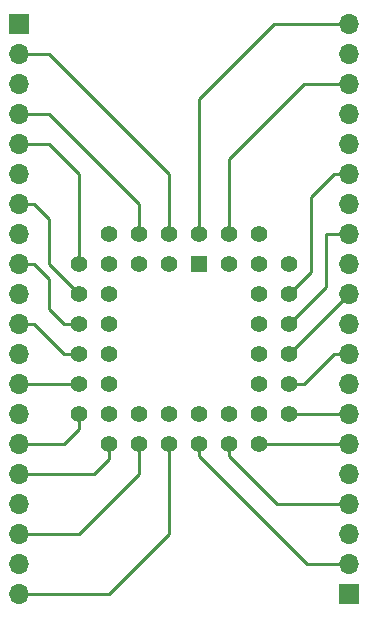
<source format=gbr>
G04 #@! TF.GenerationSoftware,KiCad,Pcbnew,(5.0.0-3-g5ebb6b6)*
G04 #@! TF.CreationDate,2018-09-23T00:30:24+01:00*
G04 #@! TF.ProjectId,BreadboardAdaptor44PinPLCC,4272656164626F61726441646170746F,rev?*
G04 #@! TF.SameCoordinates,Original*
G04 #@! TF.FileFunction,Copper,L1,Top,Signal*
G04 #@! TF.FilePolarity,Positive*
%FSLAX46Y46*%
G04 Gerber Fmt 4.6, Leading zero omitted, Abs format (unit mm)*
G04 Created by KiCad (PCBNEW (5.0.0-3-g5ebb6b6)) date Sunday, 23 September 2018 at 00:30:24*
%MOMM*%
%LPD*%
G01*
G04 APERTURE LIST*
G04 #@! TA.AperFunction,ComponentPad*
%ADD10R,1.700000X1.700000*%
G04 #@! TD*
G04 #@! TA.AperFunction,ComponentPad*
%ADD11O,1.700000X1.700000*%
G04 #@! TD*
G04 #@! TA.AperFunction,ComponentPad*
%ADD12R,1.422400X1.422400*%
G04 #@! TD*
G04 #@! TA.AperFunction,ComponentPad*
%ADD13C,1.422400*%
G04 #@! TD*
G04 #@! TA.AperFunction,Conductor*
%ADD14C,0.250000*%
G04 #@! TD*
G04 APERTURE END LIST*
D10*
G04 #@! TO.P,J_1_22_PDIP1,1*
G04 #@! TO.N,Net-(J_1_22_PDIP1-Pad1)*
X158750000Y-77470000D03*
D11*
G04 #@! TO.P,J_1_22_PDIP1,2*
G04 #@! TO.N,Net-(J_1_22_PDIP1-Pad2)*
X158750000Y-80010000D03*
G04 #@! TO.P,J_1_22_PDIP1,3*
G04 #@! TO.N,Net-(J_1_22_PDIP1-Pad3)*
X158750000Y-82550000D03*
G04 #@! TO.P,J_1_22_PDIP1,4*
G04 #@! TO.N,Net-(J_1_22_PDIP1-Pad4)*
X158750000Y-85090000D03*
G04 #@! TO.P,J_1_22_PDIP1,5*
G04 #@! TO.N,Net-(J_1_22_PDIP1-Pad5)*
X158750000Y-87630000D03*
G04 #@! TO.P,J_1_22_PDIP1,6*
G04 #@! TO.N,Net-(J_1_22_PDIP1-Pad6)*
X158750000Y-90170000D03*
G04 #@! TO.P,J_1_22_PDIP1,7*
G04 #@! TO.N,Net-(J_1_22_PDIP1-Pad7)*
X158750000Y-92710000D03*
G04 #@! TO.P,J_1_22_PDIP1,8*
G04 #@! TO.N,Net-(J_1_22_PDIP1-Pad8)*
X158750000Y-95250000D03*
G04 #@! TO.P,J_1_22_PDIP1,9*
G04 #@! TO.N,Net-(J_1_22_PDIP1-Pad9)*
X158750000Y-97790000D03*
G04 #@! TO.P,J_1_22_PDIP1,10*
G04 #@! TO.N,Net-(J_1_22_PDIP1-Pad10)*
X158750000Y-100330000D03*
G04 #@! TO.P,J_1_22_PDIP1,11*
G04 #@! TO.N,Net-(J_1_22_PDIP1-Pad11)*
X158750000Y-102870000D03*
G04 #@! TO.P,J_1_22_PDIP1,12*
G04 #@! TO.N,Net-(J_1_22_PDIP1-Pad12)*
X158750000Y-105410000D03*
G04 #@! TO.P,J_1_22_PDIP1,13*
G04 #@! TO.N,Net-(J_1_22_PDIP1-Pad13)*
X158750000Y-107950000D03*
G04 #@! TO.P,J_1_22_PDIP1,14*
G04 #@! TO.N,Net-(J_1_22_PDIP1-Pad14)*
X158750000Y-110490000D03*
G04 #@! TO.P,J_1_22_PDIP1,15*
G04 #@! TO.N,Net-(J_1_22_PDIP1-Pad15)*
X158750000Y-113030000D03*
G04 #@! TO.P,J_1_22_PDIP1,16*
G04 #@! TO.N,Net-(J_1_22_PDIP1-Pad16)*
X158750000Y-115570000D03*
G04 #@! TO.P,J_1_22_PDIP1,17*
G04 #@! TO.N,Net-(J_1_22_PDIP1-Pad17)*
X158750000Y-118110000D03*
G04 #@! TO.P,J_1_22_PDIP1,18*
G04 #@! TO.N,Net-(J_1_22_PDIP1-Pad18)*
X158750000Y-120650000D03*
G04 #@! TO.P,J_1_22_PDIP1,19*
G04 #@! TO.N,Net-(J_1_22_PDIP1-Pad19)*
X158750000Y-123190000D03*
G04 #@! TO.P,J_1_22_PDIP1,20*
G04 #@! TO.N,Net-(J_1_22_PDIP1-Pad20)*
X158750000Y-125730000D03*
G04 #@! TD*
G04 #@! TO.P,J_23_44_PDIP2,20*
G04 #@! TO.N,Net-(J_23_44_PDIP2-Pad20)*
X186690000Y-77470000D03*
G04 #@! TO.P,J_23_44_PDIP2,19*
G04 #@! TO.N,Net-(J_23_44_PDIP2-Pad19)*
X186690000Y-80010000D03*
G04 #@! TO.P,J_23_44_PDIP2,18*
G04 #@! TO.N,Net-(J_23_44_PDIP2-Pad18)*
X186690000Y-82550000D03*
G04 #@! TO.P,J_23_44_PDIP2,17*
G04 #@! TO.N,Net-(J_23_44_PDIP2-Pad17)*
X186690000Y-85090000D03*
G04 #@! TO.P,J_23_44_PDIP2,16*
G04 #@! TO.N,Net-(J_23_44_PDIP2-Pad16)*
X186690000Y-87630000D03*
G04 #@! TO.P,J_23_44_PDIP2,15*
G04 #@! TO.N,Net-(J_23_44_PDIP2-Pad15)*
X186690000Y-90170000D03*
G04 #@! TO.P,J_23_44_PDIP2,14*
G04 #@! TO.N,Net-(J_23_44_PDIP2-Pad14)*
X186690000Y-92710000D03*
G04 #@! TO.P,J_23_44_PDIP2,13*
G04 #@! TO.N,Net-(J_23_44_PDIP2-Pad13)*
X186690000Y-95250000D03*
G04 #@! TO.P,J_23_44_PDIP2,12*
G04 #@! TO.N,Net-(J_23_44_PDIP2-Pad12)*
X186690000Y-97790000D03*
G04 #@! TO.P,J_23_44_PDIP2,11*
G04 #@! TO.N,Net-(J_23_44_PDIP2-Pad11)*
X186690000Y-100330000D03*
G04 #@! TO.P,J_23_44_PDIP2,10*
G04 #@! TO.N,Net-(J_23_44_PDIP2-Pad10)*
X186690000Y-102870000D03*
G04 #@! TO.P,J_23_44_PDIP2,9*
G04 #@! TO.N,Net-(J_23_44_PDIP2-Pad9)*
X186690000Y-105410000D03*
G04 #@! TO.P,J_23_44_PDIP2,8*
G04 #@! TO.N,Net-(J_23_44_PDIP2-Pad8)*
X186690000Y-107950000D03*
G04 #@! TO.P,J_23_44_PDIP2,7*
G04 #@! TO.N,Net-(J_23_44_PDIP2-Pad7)*
X186690000Y-110490000D03*
G04 #@! TO.P,J_23_44_PDIP2,6*
G04 #@! TO.N,Net-(J_23_44_PDIP2-Pad6)*
X186690000Y-113030000D03*
G04 #@! TO.P,J_23_44_PDIP2,5*
G04 #@! TO.N,Net-(J_23_44_PDIP2-Pad5)*
X186690000Y-115570000D03*
G04 #@! TO.P,J_23_44_PDIP2,4*
G04 #@! TO.N,Net-(J_23_44_PDIP2-Pad4)*
X186690000Y-118110000D03*
G04 #@! TO.P,J_23_44_PDIP2,3*
G04 #@! TO.N,Net-(J_23_44_PDIP2-Pad3)*
X186690000Y-120650000D03*
G04 #@! TO.P,J_23_44_PDIP2,2*
G04 #@! TO.N,Net-(J_23_44_PDIP2-Pad2)*
X186690000Y-123190000D03*
D10*
G04 #@! TO.P,J_23_44_PDIP2,1*
G04 #@! TO.N,Net-(J_23_44_PDIP2-Pad1)*
X186690000Y-125730000D03*
G04 #@! TD*
D12*
G04 #@! TO.P,U_PLCC1,1*
G04 #@! TO.N,Net-(J_1_22_PDIP1-Pad1)*
X173990000Y-97790000D03*
D13*
G04 #@! TO.P,U_PLCC1,3*
G04 #@! TO.N,Net-(J_1_22_PDIP1-Pad3)*
X171450000Y-97790000D03*
G04 #@! TO.P,U_PLCC1,5*
G04 #@! TO.N,N/C*
X168910000Y-97790000D03*
G04 #@! TO.P,U_PLCC1,43*
G04 #@! TO.N,Net-(J_23_44_PDIP2-Pad19)*
X176530000Y-97790000D03*
G04 #@! TO.P,U_PLCC1,41*
G04 #@! TO.N,Net-(J_23_44_PDIP2-Pad17)*
X179070000Y-97790000D03*
G04 #@! TO.P,U_PLCC1,2*
G04 #@! TO.N,Net-(J_1_22_PDIP1-Pad2)*
X171450000Y-95250000D03*
G04 #@! TO.P,U_PLCC1,4*
G04 #@! TO.N,Net-(J_1_22_PDIP1-Pad4)*
X168910000Y-95250000D03*
G04 #@! TO.P,U_PLCC1,6*
G04 #@! TO.N,N/C*
X166370000Y-95250000D03*
G04 #@! TO.P,U_PLCC1,44*
G04 #@! TO.N,Net-(J_23_44_PDIP2-Pad20)*
X173990000Y-95250000D03*
G04 #@! TO.P,U_PLCC1,42*
G04 #@! TO.N,Net-(J_23_44_PDIP2-Pad18)*
X176530000Y-95250000D03*
G04 #@! TO.P,U_PLCC1,8*
G04 #@! TO.N,Net-(J_1_22_PDIP1-Pad6)*
X166370000Y-97790000D03*
G04 #@! TO.P,U_PLCC1,10*
G04 #@! TO.N,Net-(J_1_22_PDIP1-Pad8)*
X166370000Y-100330000D03*
G04 #@! TO.P,U_PLCC1,12*
G04 #@! TO.N,Net-(J_1_22_PDIP1-Pad10)*
X166370000Y-102870000D03*
G04 #@! TO.P,U_PLCC1,14*
G04 #@! TO.N,Net-(J_1_22_PDIP1-Pad12)*
X166370000Y-105410000D03*
G04 #@! TO.P,U_PLCC1,16*
G04 #@! TO.N,Net-(J_1_22_PDIP1-Pad14)*
X166370000Y-107950000D03*
G04 #@! TO.P,U_PLCC1,7*
G04 #@! TO.N,Net-(J_1_22_PDIP1-Pad5)*
X163830000Y-97790000D03*
G04 #@! TO.P,U_PLCC1,9*
G04 #@! TO.N,Net-(J_1_22_PDIP1-Pad7)*
X163830000Y-100330000D03*
G04 #@! TO.P,U_PLCC1,11*
G04 #@! TO.N,Net-(J_1_22_PDIP1-Pad9)*
X163830000Y-102870000D03*
G04 #@! TO.P,U_PLCC1,13*
G04 #@! TO.N,Net-(J_1_22_PDIP1-Pad11)*
X163830000Y-105410000D03*
G04 #@! TO.P,U_PLCC1,15*
G04 #@! TO.N,Net-(J_1_22_PDIP1-Pad13)*
X163830000Y-107950000D03*
G04 #@! TO.P,U_PLCC1,17*
G04 #@! TO.N,Net-(J_1_22_PDIP1-Pad15)*
X163830000Y-110490000D03*
G04 #@! TO.P,U_PLCC1,19*
G04 #@! TO.N,Net-(J_1_22_PDIP1-Pad17)*
X166370000Y-110490000D03*
G04 #@! TO.P,U_PLCC1,21*
G04 #@! TO.N,Net-(J_1_22_PDIP1-Pad19)*
X168910000Y-110490000D03*
G04 #@! TO.P,U_PLCC1,23*
G04 #@! TO.N,Net-(J_23_44_PDIP2-Pad1)*
X171450000Y-110490000D03*
G04 #@! TO.P,U_PLCC1,25*
G04 #@! TO.N,Net-(J_23_44_PDIP2-Pad3)*
X173990000Y-110490000D03*
G04 #@! TO.P,U_PLCC1,27*
G04 #@! TO.N,Net-(J_23_44_PDIP2-Pad5)*
X176530000Y-110490000D03*
G04 #@! TO.P,U_PLCC1,29*
G04 #@! TO.N,Net-(J_23_44_PDIP2-Pad7)*
X181610000Y-110490000D03*
G04 #@! TO.P,U_PLCC1,18*
G04 #@! TO.N,Net-(J_1_22_PDIP1-Pad16)*
X166370000Y-113030000D03*
G04 #@! TO.P,U_PLCC1,20*
G04 #@! TO.N,Net-(J_1_22_PDIP1-Pad18)*
X168910000Y-113030000D03*
G04 #@! TO.P,U_PLCC1,22*
G04 #@! TO.N,Net-(J_1_22_PDIP1-Pad20)*
X171450000Y-113030000D03*
G04 #@! TO.P,U_PLCC1,24*
G04 #@! TO.N,Net-(J_23_44_PDIP2-Pad2)*
X173990000Y-113030000D03*
G04 #@! TO.P,U_PLCC1,26*
G04 #@! TO.N,Net-(J_23_44_PDIP2-Pad4)*
X176530000Y-113030000D03*
G04 #@! TO.P,U_PLCC1,28*
G04 #@! TO.N,Net-(J_23_44_PDIP2-Pad6)*
X179070000Y-113030000D03*
G04 #@! TO.P,U_PLCC1,30*
G04 #@! TO.N,Net-(J_23_44_PDIP2-Pad8)*
X179070000Y-110490000D03*
G04 #@! TO.P,U_PLCC1,32*
G04 #@! TO.N,Net-(J_23_44_PDIP2-Pad10)*
X179070000Y-107950000D03*
G04 #@! TO.P,U_PLCC1,34*
G04 #@! TO.N,Net-(J_23_44_PDIP2-Pad12)*
X179070000Y-105410000D03*
G04 #@! TO.P,U_PLCC1,36*
G04 #@! TO.N,Net-(J_23_44_PDIP2-Pad14)*
X179070000Y-102870000D03*
G04 #@! TO.P,U_PLCC1,38*
G04 #@! TO.N,Net-(J_23_44_PDIP2-Pad16)*
X179070000Y-100330000D03*
G04 #@! TO.P,U_PLCC1,40*
G04 #@! TO.N,N/C*
X179070000Y-95250000D03*
G04 #@! TO.P,U_PLCC1,31*
G04 #@! TO.N,Net-(J_23_44_PDIP2-Pad9)*
X181610000Y-107950000D03*
G04 #@! TO.P,U_PLCC1,33*
G04 #@! TO.N,Net-(J_23_44_PDIP2-Pad11)*
X181610000Y-105410000D03*
G04 #@! TO.P,U_PLCC1,35*
G04 #@! TO.N,Net-(J_23_44_PDIP2-Pad13)*
X181610000Y-102870000D03*
G04 #@! TO.P,U_PLCC1,37*
G04 #@! TO.N,Net-(J_23_44_PDIP2-Pad15)*
X181610000Y-100330000D03*
G04 #@! TO.P,U_PLCC1,39*
G04 #@! TO.N,N/C*
X181610000Y-97790000D03*
G04 #@! TD*
D14*
G04 #@! TO.N,Net-(J_1_22_PDIP1-Pad2)*
X171450000Y-95250000D02*
X171450000Y-90170000D01*
X161290000Y-80010000D02*
X158750000Y-80010000D01*
X171450000Y-90170000D02*
X161290000Y-80010000D01*
G04 #@! TO.N,Net-(J_1_22_PDIP1-Pad4)*
X168910000Y-95250000D02*
X168910000Y-92710000D01*
X161290000Y-85090000D02*
X158750000Y-85090000D01*
X168910000Y-92710000D02*
X161290000Y-85090000D01*
G04 #@! TO.N,Net-(J_1_22_PDIP1-Pad5)*
X161290000Y-87630000D02*
X158750000Y-87630000D01*
X163830000Y-90170000D02*
X161290000Y-87630000D01*
X163830000Y-97790000D02*
X163830000Y-90170000D01*
G04 #@! TO.N,Net-(J_1_22_PDIP1-Pad7)*
X158750000Y-92710000D02*
X160020000Y-92710000D01*
X160020000Y-92710000D02*
X161290000Y-93980000D01*
X161290000Y-97790000D02*
X163830000Y-100330000D01*
X161290000Y-93980000D02*
X161290000Y-97790000D01*
G04 #@! TO.N,Net-(J_1_22_PDIP1-Pad9)*
X158750000Y-97790000D02*
X160020000Y-97790000D01*
X160020000Y-97790000D02*
X161290000Y-99060000D01*
X161290000Y-99060000D02*
X161290000Y-101600000D01*
X161290000Y-101600000D02*
X162560000Y-102870000D01*
X162560000Y-102870000D02*
X163830000Y-102870000D01*
G04 #@! TO.N,Net-(J_1_22_PDIP1-Pad11)*
X158750000Y-102870000D02*
X160020000Y-102870000D01*
X162560000Y-105410000D02*
X163830000Y-105410000D01*
X160020000Y-102870000D02*
X162560000Y-105410000D01*
G04 #@! TO.N,Net-(J_1_22_PDIP1-Pad13)*
X158750000Y-107950000D02*
X163830000Y-107950000D01*
G04 #@! TO.N,Net-(J_1_22_PDIP1-Pad15)*
X158750000Y-113030000D02*
X162560000Y-113030000D01*
X162560000Y-113030000D02*
X163830000Y-111760000D01*
X163830000Y-111760000D02*
X163830000Y-110490000D01*
G04 #@! TO.N,Net-(J_1_22_PDIP1-Pad16)*
X158750000Y-115570000D02*
X165100000Y-115570000D01*
X165100000Y-115570000D02*
X166370000Y-114300000D01*
X166370000Y-114300000D02*
X166370000Y-113030000D01*
G04 #@! TO.N,Net-(J_1_22_PDIP1-Pad18)*
X158750000Y-120650000D02*
X163830000Y-120650000D01*
X168910000Y-115570000D02*
X168910000Y-113030000D01*
X163830000Y-120650000D02*
X168910000Y-115570000D01*
G04 #@! TO.N,Net-(J_1_22_PDIP1-Pad20)*
X158750000Y-125730000D02*
X166370000Y-125730000D01*
X171450000Y-120650000D02*
X171450000Y-113030000D01*
X166370000Y-125730000D02*
X171450000Y-120650000D01*
G04 #@! TO.N,Net-(J_23_44_PDIP2-Pad20)*
X173990000Y-95250000D02*
X173990000Y-83820000D01*
X180340000Y-77470000D02*
X186690000Y-77470000D01*
X173990000Y-83820000D02*
X180340000Y-77470000D01*
G04 #@! TO.N,Net-(J_23_44_PDIP2-Pad18)*
X176530000Y-95250000D02*
X176530000Y-88900000D01*
X182880000Y-82550000D02*
X186690000Y-82550000D01*
X176530000Y-88900000D02*
X182880000Y-82550000D01*
G04 #@! TO.N,Net-(J_23_44_PDIP2-Pad15)*
X185420000Y-90170000D02*
X186690000Y-90170000D01*
X183515000Y-98425000D02*
X183515000Y-92075000D01*
X183515000Y-92075000D02*
X185420000Y-90170000D01*
X181610000Y-100330000D02*
X183515000Y-98425000D01*
G04 #@! TO.N,Net-(J_23_44_PDIP2-Pad13)*
X184785000Y-95250000D02*
X186690000Y-95250000D01*
X184785000Y-99695000D02*
X184785000Y-95250000D01*
X181610000Y-102870000D02*
X184785000Y-99695000D01*
G04 #@! TO.N,Net-(J_23_44_PDIP2-Pad11)*
X181610000Y-105410000D02*
X186690000Y-100330000D01*
G04 #@! TO.N,Net-(J_23_44_PDIP2-Pad9)*
X181610000Y-107950000D02*
X182880000Y-107950000D01*
X185420000Y-105410000D02*
X186690000Y-105410000D01*
X182880000Y-107950000D02*
X185420000Y-105410000D01*
G04 #@! TO.N,Net-(J_23_44_PDIP2-Pad7)*
X181610000Y-110490000D02*
X186690000Y-110490000D01*
G04 #@! TO.N,Net-(J_23_44_PDIP2-Pad6)*
X179070000Y-113030000D02*
X186690000Y-113030000D01*
G04 #@! TO.N,Net-(J_23_44_PDIP2-Pad4)*
X180604212Y-118110000D02*
X186690000Y-118110000D01*
X176530000Y-114035788D02*
X180604212Y-118110000D01*
X176530000Y-113030000D02*
X176530000Y-114035788D01*
G04 #@! TO.N,Net-(J_23_44_PDIP2-Pad2)*
X185487919Y-123190000D02*
X186690000Y-123190000D01*
X183144212Y-123190000D02*
X185487919Y-123190000D01*
X173990000Y-114035788D02*
X183144212Y-123190000D01*
X173990000Y-113030000D02*
X173990000Y-114035788D01*
G04 #@! TD*
M02*

</source>
